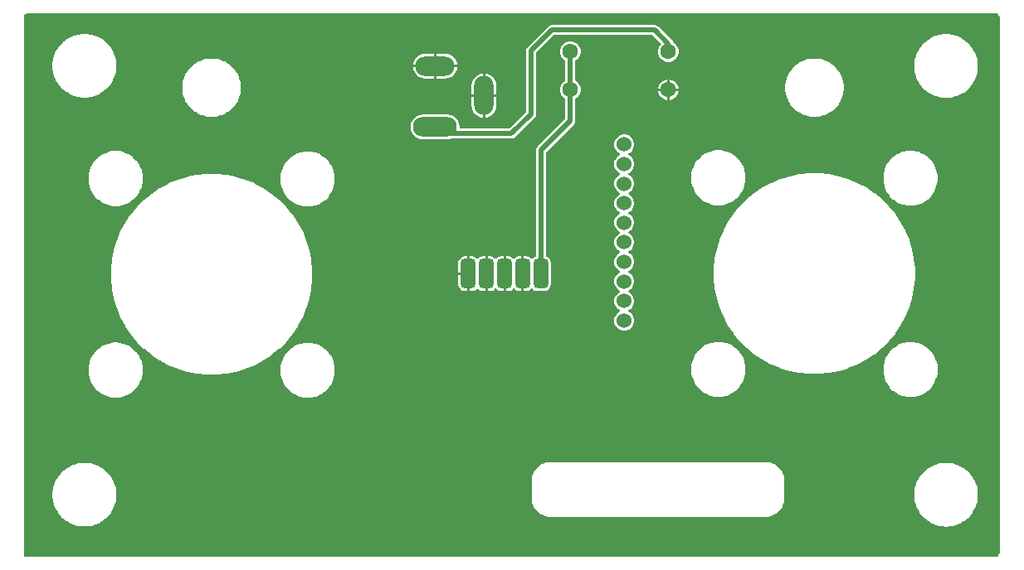
<source format=gtl>
G04*
G04 #@! TF.GenerationSoftware,Altium Limited,CircuitMaker,2.2.1 (2.2.1.6)*
G04*
G04 Layer_Physical_Order=1*
G04 Layer_Color=25308*
%FSLAX25Y25*%
%MOIN*%
G70*
G04*
G04 #@! TF.SameCoordinates,1CA14471-211C-46C3-BCAE-CC66E2904901*
G04*
G04*
G04 #@! TF.FilePolarity,Positive*
G04*
G01*
G75*
%ADD10C,0.01968*%
G04:AMPARAMS|DCode=19|XSize=60mil|YSize=118.11mil|CornerRadius=15mil|HoleSize=0mil|Usage=FLASHONLY|Rotation=0.000|XOffset=0mil|YOffset=0mil|HoleType=Round|Shape=RoundedRectangle|*
%AMROUNDEDRECTD19*
21,1,0.06000,0.08811,0,0,0.0*
21,1,0.03000,0.11811,0,0,0.0*
1,1,0.03000,0.01500,-0.04405*
1,1,0.03000,-0.01500,-0.04405*
1,1,0.03000,-0.01500,0.04405*
1,1,0.03000,0.01500,0.04405*
%
%ADD19ROUNDEDRECTD19*%
%ADD20O,0.07874X0.15748*%
%ADD21O,0.15748X0.07874*%
%ADD22O,0.17716X0.07874*%
%ADD23C,0.06000*%
%ADD24C,0.06299*%
G36*
X390651Y218423D02*
X391147Y218091D01*
X391291Y218062D01*
X391319Y217919D01*
X391651Y217423D01*
X391732Y217368D01*
Y1136D01*
X391651Y1081D01*
X391319Y585D01*
X391203Y0D01*
X0D01*
Y217974D01*
X585Y218091D01*
X1081Y218423D01*
X1136Y218504D01*
X390596D01*
X390651Y218423D01*
D02*
G37*
%LPC*%
G36*
X24926Y210224D02*
X24154Y210224D01*
X24154Y210224D01*
X23382Y210224D01*
X23316Y210211D01*
X23249Y210215D01*
X21717Y210014D01*
X21654Y209992D01*
X21587Y209988D01*
X20095Y209588D01*
X20034Y209558D01*
X19968Y209545D01*
X18541Y208954D01*
X18486Y208917D01*
X18422Y208895D01*
X17084Y208123D01*
X17034Y208079D01*
X16973Y208049D01*
X15748Y207108D01*
X15704Y207058D01*
X15648Y207021D01*
X14556Y205928D01*
X14518Y205873D01*
X14468Y205828D01*
X13528Y204603D01*
X13498Y204543D01*
X13453Y204492D01*
X12681Y203154D01*
X12660Y203091D01*
X12622Y203035D01*
X12031Y201608D01*
X12018Y201542D01*
X11988Y201482D01*
X11588Y199990D01*
X11584Y199923D01*
X11563Y199859D01*
X11361Y198328D01*
X11365Y198260D01*
X11352Y198195D01*
Y197422D01*
X11352Y196650D01*
X11365Y196584D01*
X11361Y196517D01*
X11563Y194986D01*
X11584Y194922D01*
X11588Y194855D01*
X11988Y193363D01*
X12018Y193303D01*
X12031Y193237D01*
X12622Y191810D01*
X12660Y191754D01*
X12681Y191690D01*
X13453Y190353D01*
X13498Y190302D01*
X13528Y190242D01*
X14468Y189016D01*
X14518Y188972D01*
X14556Y188916D01*
X15648Y187824D01*
X15704Y187787D01*
X15748Y187736D01*
X16973Y186796D01*
X17034Y186766D01*
X17084Y186722D01*
X18422Y185950D01*
X18485Y185928D01*
X18541Y185890D01*
X19968Y185299D01*
X20034Y185286D01*
X20095Y185257D01*
X21587Y184857D01*
X21654Y184852D01*
X21717Y184831D01*
X23249Y184629D01*
X23316Y184634D01*
X23382Y184620D01*
X24154Y184620D01*
X24926Y184620D01*
X24992Y184634D01*
X25059Y184629D01*
X26591Y184831D01*
X26654Y184852D01*
X26721Y184857D01*
X28213Y185257D01*
X28274Y185286D01*
X28339Y185299D01*
X29766Y185890D01*
X29822Y185928D01*
X29886Y185949D01*
X31224Y186722D01*
X31274Y186766D01*
X31335Y186796D01*
X32560Y187736D01*
X32604Y187786D01*
X32660Y187824D01*
X33752Y188916D01*
X33790Y188972D01*
X33840Y189016D01*
X34780Y190242D01*
X34810Y190302D01*
X34855Y190352D01*
X35627Y191690D01*
X35649Y191754D01*
X35686Y191810D01*
X36277Y193237D01*
X36290Y193303D01*
X36320Y193363D01*
X36720Y194855D01*
X36724Y194922D01*
X36746Y194986D01*
X36947Y196517D01*
X36943Y196584D01*
X36956Y196650D01*
X36956Y197422D01*
X36956Y197423D01*
X36956Y198195D01*
X36943Y198260D01*
X36947Y198328D01*
X36745Y199859D01*
X36724Y199923D01*
X36719Y199990D01*
X36320Y201482D01*
X36290Y201542D01*
X36277Y201608D01*
X35686Y203035D01*
X35648Y203091D01*
X35627Y203154D01*
X34855Y204492D01*
X34810Y204542D01*
X34780Y204603D01*
X33840Y205828D01*
X33790Y205873D01*
X33752Y205928D01*
X32660Y207021D01*
X32604Y207058D01*
X32560Y207108D01*
X31335Y208049D01*
X31274Y208079D01*
X31224Y208123D01*
X29886Y208895D01*
X29822Y208917D01*
X29766Y208954D01*
X28340Y209545D01*
X28274Y209558D01*
X28213Y209588D01*
X26721Y209988D01*
X26654Y209992D01*
X26591Y210014D01*
X25059Y210215D01*
X24992Y210211D01*
X24926Y210224D01*
D02*
G37*
G36*
X370993Y210077D02*
X370221Y210077D01*
X370221Y210077D01*
X369448Y210077D01*
X369383Y210064D01*
X369315Y210069D01*
X367784Y209867D01*
X367720Y209845D01*
X367653Y209841D01*
X366161Y209441D01*
X366101Y209412D01*
X366035Y209398D01*
X364608Y208807D01*
X364552Y208770D01*
X364489Y208748D01*
X363151Y207976D01*
X363100Y207932D01*
X363040Y207902D01*
X361815Y206962D01*
X361770Y206911D01*
X361715Y206874D01*
X360622Y205782D01*
X360585Y205726D01*
X360535Y205681D01*
X359594Y204456D01*
X359564Y204396D01*
X359520Y204345D01*
X358748Y203008D01*
X358726Y202944D01*
X358689Y202888D01*
X358098Y201461D01*
X358085Y201395D01*
X358055Y201335D01*
X357655Y199843D01*
X357651Y199776D01*
X357629Y199712D01*
X357428Y198181D01*
X357432Y198114D01*
X357419Y198048D01*
Y197276D01*
X357419Y196503D01*
X357432Y196437D01*
X357428Y196370D01*
X357629Y194839D01*
X357651Y194775D01*
X357655Y194708D01*
X358055Y193216D01*
X358085Y193156D01*
X358098Y193090D01*
X358689Y191663D01*
X358726Y191607D01*
X358748Y191543D01*
X359520Y190206D01*
X359564Y190155D01*
X359594Y190095D01*
X360534Y188870D01*
X360585Y188825D01*
X360622Y188769D01*
X361714Y187677D01*
X361770Y187640D01*
X361815Y187589D01*
X363040Y186649D01*
X363100Y186619D01*
X363151Y186575D01*
X364489Y185803D01*
X364552Y185781D01*
X364608Y185744D01*
X366035Y185153D01*
X366101Y185140D01*
X366161Y185110D01*
X367653Y184710D01*
X367720Y184706D01*
X367784Y184684D01*
X369315Y184483D01*
X369383Y184487D01*
X369448Y184474D01*
X370221Y184474D01*
X370993Y184474D01*
X371059Y184487D01*
X371126Y184483D01*
X372657Y184684D01*
X372721Y184706D01*
X372788Y184710D01*
X374280Y185110D01*
X374340Y185140D01*
X374406Y185153D01*
X375833Y185744D01*
X375889Y185781D01*
X375953Y185803D01*
X377290Y186575D01*
X377341Y186619D01*
X377401Y186649D01*
X378627Y187589D01*
X378671Y187640D01*
X378727Y187677D01*
X379819Y188769D01*
X379856Y188825D01*
X379907Y188870D01*
X380847Y190095D01*
X380877Y190155D01*
X380921Y190206D01*
X381694Y191543D01*
X381715Y191607D01*
X381752Y191663D01*
X382344Y193090D01*
X382357Y193156D01*
X382386Y193216D01*
X382786Y194708D01*
X382790Y194775D01*
X382812Y194839D01*
X383014Y196370D01*
X383009Y196437D01*
X383022Y196503D01*
X383022Y197276D01*
X383022Y197276D01*
X383022Y198048D01*
X383009Y198114D01*
X383014Y198181D01*
X382812Y199712D01*
X382790Y199776D01*
X382786Y199843D01*
X382386Y201335D01*
X382357Y201395D01*
X382344Y201461D01*
X381752Y202888D01*
X381715Y202944D01*
X381694Y203008D01*
X380921Y204345D01*
X380877Y204396D01*
X380847Y204456D01*
X379907Y205681D01*
X379856Y205726D01*
X379819Y205782D01*
X378727Y206874D01*
X378671Y206911D01*
X378627Y206962D01*
X377401Y207902D01*
X377341Y207932D01*
X377290Y207976D01*
X375953Y208748D01*
X375889Y208770D01*
X375833Y208807D01*
X374406Y209398D01*
X374340Y209412D01*
X374280Y209441D01*
X372788Y209841D01*
X372721Y209845D01*
X372657Y209867D01*
X371126Y210069D01*
X371059Y210064D01*
X370993Y210077D01*
D02*
G37*
G36*
X318069Y200325D02*
X317366Y200325D01*
X316664Y200325D01*
X316598Y200312D01*
X316530Y200317D01*
X315137Y200133D01*
X315073Y200112D01*
X315006Y200107D01*
X313648Y199743D01*
X313588Y199714D01*
X313522Y199700D01*
X312223Y199163D01*
X312167Y199125D01*
X312104Y199104D01*
X310886Y198401D01*
X310836Y198356D01*
X310775Y198327D01*
X309660Y197471D01*
X309616Y197420D01*
X309560Y197383D01*
X308566Y196389D01*
X308529Y196333D01*
X308478Y196289D01*
X307623Y195174D01*
X307593Y195113D01*
X307548Y195063D01*
X306846Y193845D01*
X306824Y193782D01*
X306787Y193726D01*
X306249Y192427D01*
X306236Y192361D01*
X306206Y192301D01*
X305842Y190943D01*
X305838Y190876D01*
X305816Y190812D01*
X305633Y189419D01*
X305637Y189351D01*
X305624Y189286D01*
X305624Y188583D01*
X305624Y187880D01*
X305637Y187814D01*
X305633Y187747D01*
X305816Y186353D01*
X305838Y186290D01*
X305842Y186222D01*
X306206Y184865D01*
X306236Y184804D01*
X306249Y184738D01*
X306787Y183440D01*
X306824Y183384D01*
X306846Y183320D01*
X307548Y182103D01*
X307593Y182052D01*
X307623Y181992D01*
X308478Y180877D01*
X308529Y180832D01*
X308566Y180776D01*
X309560Y179782D01*
X309616Y179745D01*
X309660Y179694D01*
X310775Y178839D01*
X310836Y178809D01*
X310886Y178764D01*
X312104Y178062D01*
X312167Y178040D01*
X312223Y178003D01*
X313522Y177465D01*
X313588Y177452D01*
X313648Y177422D01*
X315006Y177058D01*
X315073Y177053D01*
X315137Y177032D01*
X316530Y176848D01*
X316598Y176853D01*
X316664Y176840D01*
X317366Y176840D01*
X318069Y176840D01*
X318135Y176853D01*
X318202Y176848D01*
X319596Y177032D01*
X319660Y177053D01*
X319727Y177058D01*
X321085Y177422D01*
X321145Y177451D01*
X321211Y177464D01*
X322510Y178002D01*
X322566Y178040D01*
X322629Y178061D01*
X323847Y178764D01*
X323897Y178809D01*
X323957Y178838D01*
X325073Y179694D01*
X325117Y179745D01*
X325173Y179782D01*
X326167Y180776D01*
X326204Y180832D01*
X326255Y180876D01*
X327111Y181992D01*
X327140Y182052D01*
X327185Y182102D01*
X327888Y183320D01*
X327909Y183384D01*
X327947Y183439D01*
X328485Y184738D01*
X328498Y184804D01*
X328527Y184864D01*
X328891Y186222D01*
X328896Y186289D01*
X328917Y186353D01*
X329101Y187747D01*
X329096Y187814D01*
X329109Y187880D01*
X329109Y188583D01*
X329109Y188583D01*
X329109Y189286D01*
X329096Y189351D01*
X329101Y189419D01*
X328917Y190812D01*
X328895Y190876D01*
X328891Y190943D01*
X328527Y192301D01*
X328498Y192361D01*
X328485Y192427D01*
X327946Y193726D01*
X327909Y193782D01*
X327888Y193845D01*
X327185Y195063D01*
X327140Y195113D01*
X327111Y195174D01*
X326255Y196289D01*
X326204Y196333D01*
X326167Y196389D01*
X325173Y197383D01*
X325117Y197421D01*
X325073Y197471D01*
X323957Y198327D01*
X323897Y198356D01*
X323847Y198401D01*
X322629Y199104D01*
X322566Y199125D01*
X322510Y199163D01*
X321211Y199701D01*
X321145Y199714D01*
X321084Y199743D01*
X319727Y200107D01*
X319660Y200112D01*
X319596Y200133D01*
X318202Y200317D01*
X318135Y200312D01*
X318069Y200325D01*
D02*
G37*
G36*
X75899D02*
X75196Y200325D01*
X74494Y200325D01*
X74428Y200312D01*
X74361Y200317D01*
X72967Y200133D01*
X72903Y200112D01*
X72836Y200107D01*
X71478Y199743D01*
X71418Y199714D01*
X71352Y199700D01*
X70053Y199163D01*
X69998Y199125D01*
X69934Y199104D01*
X68717Y198401D01*
X68666Y198356D01*
X68606Y198327D01*
X67491Y197471D01*
X67446Y197420D01*
X67390Y197383D01*
X66396Y196389D01*
X66359Y196333D01*
X66308Y196289D01*
X65453Y195174D01*
X65423Y195113D01*
X65379Y195063D01*
X64676Y193845D01*
X64654Y193782D01*
X64617Y193726D01*
X64079Y192427D01*
X64066Y192361D01*
X64036Y192301D01*
X63672Y190943D01*
X63668Y190876D01*
X63646Y190812D01*
X63463Y189419D01*
X63467Y189351D01*
X63454Y189286D01*
X63454Y188583D01*
X63454Y187880D01*
X63467Y187814D01*
X63463Y187747D01*
X63646Y186353D01*
X63668Y186290D01*
X63672Y186222D01*
X64036Y184865D01*
X64066Y184804D01*
X64079Y184738D01*
X64617Y183440D01*
X64654Y183384D01*
X64676Y183320D01*
X65378Y182103D01*
X65423Y182052D01*
X65453Y181992D01*
X66308Y180877D01*
X66359Y180832D01*
X66396Y180776D01*
X67390Y179782D01*
X67446Y179745D01*
X67490Y179694D01*
X68606Y178839D01*
X68666Y178809D01*
X68717Y178764D01*
X69934Y178062D01*
X69998Y178040D01*
X70053Y178003D01*
X71352Y177465D01*
X71418Y177452D01*
X71478Y177422D01*
X72836Y177058D01*
X72903Y177053D01*
X72967Y177032D01*
X74361Y176848D01*
X74428Y176853D01*
X74494Y176840D01*
X75196Y176840D01*
X75899Y176840D01*
X75965Y176853D01*
X76032Y176848D01*
X77426Y177032D01*
X77490Y177053D01*
X77557Y177058D01*
X78915Y177422D01*
X78975Y177451D01*
X79041Y177464D01*
X80340Y178002D01*
X80396Y178040D01*
X80459Y178061D01*
X81677Y178764D01*
X81727Y178809D01*
X81788Y178838D01*
X82903Y179694D01*
X82947Y179745D01*
X83003Y179782D01*
X83997Y180776D01*
X84035Y180832D01*
X84085Y180876D01*
X84941Y181992D01*
X84971Y182052D01*
X85015Y182102D01*
X85718Y183320D01*
X85739Y183384D01*
X85777Y183439D01*
X86315Y184738D01*
X86328Y184804D01*
X86358Y184864D01*
X86721Y186222D01*
X86726Y186289D01*
X86747Y186353D01*
X86931Y187747D01*
X86926Y187814D01*
X86940Y187880D01*
X86940Y188583D01*
X86940Y188583D01*
X86940Y189286D01*
X86926Y189351D01*
X86931Y189419D01*
X86747Y190812D01*
X86726Y190876D01*
X86721Y190943D01*
X86357Y192301D01*
X86328Y192361D01*
X86315Y192427D01*
X85777Y193726D01*
X85739Y193782D01*
X85718Y193845D01*
X85015Y195063D01*
X84970Y195113D01*
X84941Y195174D01*
X84085Y196289D01*
X84034Y196333D01*
X83997Y196389D01*
X83003Y197383D01*
X82947Y197421D01*
X82903Y197471D01*
X81788Y198327D01*
X81727Y198356D01*
X81677Y198401D01*
X80459Y199104D01*
X80396Y199125D01*
X80340Y199163D01*
X79041Y199701D01*
X78975Y199714D01*
X78915Y199743D01*
X77557Y200107D01*
X77490Y200112D01*
X77426Y200133D01*
X76032Y200317D01*
X75965Y200312D01*
X75899Y200325D01*
D02*
G37*
G36*
X253150Y213834D02*
X211811D01*
X211037Y213680D01*
X210381Y213242D01*
X202113Y204974D01*
X201674Y204317D01*
X201520Y203543D01*
Y178791D01*
X194831Y172102D01*
X175144D01*
X174814Y172478D01*
X174862Y172835D01*
X174692Y174124D01*
X174194Y175324D01*
X173403Y176356D01*
X172372Y177147D01*
X171171Y177645D01*
X169882Y177814D01*
X160039D01*
X158750Y177645D01*
X157550Y177147D01*
X156518Y176356D01*
X155727Y175324D01*
X155229Y174124D01*
X155060Y172835D01*
X155229Y171546D01*
X155727Y170345D01*
X156518Y169314D01*
X157550Y168522D01*
X158750Y168025D01*
X160039Y167855D01*
X169882D01*
X171171Y168025D01*
X171245Y168056D01*
X195669D01*
X196443Y168210D01*
X197100Y168648D01*
X204974Y176522D01*
X205412Y177179D01*
X205566Y177953D01*
Y202705D01*
X212649Y209788D01*
X252312D01*
X255871Y206228D01*
X255341Y205697D01*
X254795Y204751D01*
X254512Y203696D01*
Y202603D01*
X254795Y201548D01*
X255341Y200602D01*
X256114Y199829D01*
X257060Y199283D01*
X258115Y199000D01*
X259208D01*
X260263Y199283D01*
X261209Y199829D01*
X261982Y200602D01*
X262528Y201548D01*
X262811Y202603D01*
Y203696D01*
X262528Y204751D01*
X261982Y205697D01*
X261209Y206470D01*
X260578Y206835D01*
X260530Y207073D01*
X260092Y207730D01*
X254580Y213242D01*
X253924Y213680D01*
X253150Y213834D01*
D02*
G37*
G36*
X168898Y202224D02*
X165461D01*
Y197744D01*
X173811D01*
X173708Y198533D01*
X173210Y199734D01*
X172419Y200765D01*
X171387Y201557D01*
X170186Y202054D01*
X168898Y202224D01*
D02*
G37*
G36*
X164461D02*
X161024D01*
X159735Y202054D01*
X158534Y201557D01*
X157502Y200765D01*
X156711Y199734D01*
X156214Y198533D01*
X156110Y197744D01*
X164461D01*
Y202224D01*
D02*
G37*
G36*
X173811Y196744D02*
X165461D01*
Y192264D01*
X168898D01*
X170186Y192434D01*
X171387Y192932D01*
X172419Y193723D01*
X173210Y194754D01*
X173708Y195955D01*
X173811Y196744D01*
D02*
G37*
G36*
X164461D02*
X156110D01*
X156214Y195955D01*
X156711Y194754D01*
X157502Y193723D01*
X158534Y192932D01*
X159735Y192434D01*
X161024Y192264D01*
X164461D01*
Y196744D01*
D02*
G37*
G36*
X259208Y191945D02*
X259161D01*
Y188295D01*
X262811D01*
Y188342D01*
X262528Y189397D01*
X261982Y190343D01*
X261209Y191116D01*
X260263Y191662D01*
X259208Y191945D01*
D02*
G37*
G36*
X258161D02*
X258115D01*
X257060Y191662D01*
X256114Y191116D01*
X255341Y190343D01*
X254795Y189397D01*
X254512Y188342D01*
Y188295D01*
X258161D01*
Y191945D01*
D02*
G37*
G36*
X185146Y194284D02*
Y185933D01*
X189625D01*
Y189370D01*
X189456Y190659D01*
X188958Y191860D01*
X188167Y192891D01*
X187136Y193683D01*
X185934Y194180D01*
X185146Y194284D01*
D02*
G37*
G36*
X184146D02*
X183357Y194180D01*
X182156Y193683D01*
X181124Y192891D01*
X180333Y191860D01*
X179836Y190659D01*
X179666Y189370D01*
Y185933D01*
X184146D01*
Y194284D01*
D02*
G37*
G36*
X262811Y187295D02*
X259161D01*
Y183646D01*
X259208D01*
X260263Y183929D01*
X261209Y184475D01*
X261982Y185247D01*
X262528Y186194D01*
X262811Y187249D01*
Y187295D01*
D02*
G37*
G36*
X258161D02*
X254512D01*
Y187249D01*
X254795Y186194D01*
X255341Y185247D01*
X256114Y184475D01*
X257060Y183929D01*
X258115Y183646D01*
X258161D01*
Y187295D01*
D02*
G37*
G36*
X189625Y184933D02*
X185146D01*
Y176582D01*
X185934Y176686D01*
X187136Y177184D01*
X188167Y177975D01*
X188958Y179006D01*
X189456Y180207D01*
X189625Y181496D01*
Y184933D01*
D02*
G37*
G36*
X184146D02*
X179666D01*
Y181496D01*
X179836Y180207D01*
X180333Y179006D01*
X181124Y177975D01*
X182156Y177184D01*
X183357Y176686D01*
X184146Y176582D01*
Y184933D01*
D02*
G37*
G36*
X315389Y154169D02*
X315339Y154159D01*
X315289Y154164D01*
X311439Y153785D01*
X311391Y153770D01*
X311340D01*
X307546Y153016D01*
X307500Y152996D01*
X307449Y152991D01*
X303747Y151868D01*
X303703Y151845D01*
X303653Y151835D01*
X300079Y150355D01*
X300037Y150326D01*
X299989Y150312D01*
X296578Y148488D01*
X296538Y148456D01*
X296492Y148437D01*
X293275Y146288D01*
X293240Y146252D01*
X293195Y146228D01*
X290205Y143774D01*
X290173Y143735D01*
X290131Y143707D01*
X287395Y140972D01*
X287367Y140930D01*
X287328Y140898D01*
X284874Y137907D01*
X284850Y137863D01*
X284815Y137827D01*
X282665Y134611D01*
X282646Y134564D01*
X282614Y134525D01*
X280791Y131113D01*
X280776Y131065D01*
X280748Y131023D01*
X279268Y127449D01*
X279258Y127399D01*
X279234Y127355D01*
X278111Y123653D01*
X278106Y123603D01*
X278087Y123556D01*
X277332Y119762D01*
Y119712D01*
X277317Y119663D01*
X276938Y115814D01*
X276943Y115763D01*
X276933Y115714D01*
Y113779D01*
X276933Y111845D01*
X276943Y111796D01*
X276938Y111745D01*
X277317Y107896D01*
X277332Y107847D01*
Y107797D01*
X278086Y104003D01*
X278106Y103956D01*
X278111Y103906D01*
X279234Y100204D01*
X279257Y100160D01*
X279267Y100110D01*
X280748Y96536D01*
X280776Y96494D01*
X280790Y96446D01*
X282614Y93034D01*
X282646Y92995D01*
X282665Y92948D01*
X284814Y89732D01*
X284850Y89696D01*
X284874Y89652D01*
X287328Y86661D01*
X287367Y86629D01*
X287395Y86587D01*
X290130Y83852D01*
X290173Y83824D01*
X290205Y83785D01*
X293195Y81331D01*
X293239Y81307D01*
X293275Y81271D01*
X296492Y79122D01*
X296538Y79103D01*
X296577Y79071D01*
X299989Y77247D01*
X300037Y77232D01*
X300079Y77204D01*
X303653Y75724D01*
X303703Y75714D01*
X303747Y75690D01*
X307449Y74567D01*
X307499Y74563D01*
X307546Y74543D01*
X311340Y73788D01*
X311391D01*
X311439Y73774D01*
X315289Y73395D01*
X315339Y73400D01*
X315389Y73390D01*
X317323Y73390D01*
X319257Y73390D01*
X319306Y73400D01*
X319357Y73395D01*
X323206Y73774D01*
X323255Y73788D01*
X323306D01*
X327099Y74543D01*
X327146Y74563D01*
X327197Y74567D01*
X330898Y75690D01*
X330943Y75714D01*
X330992Y75724D01*
X334566Y77204D01*
X334608Y77232D01*
X334657Y77247D01*
X338068Y79071D01*
X338107Y79103D01*
X338154Y79122D01*
X341370Y81271D01*
X341406Y81307D01*
X341451Y81331D01*
X344441Y83785D01*
X344473Y83824D01*
X344515Y83852D01*
X347250Y86587D01*
X347278Y86629D01*
X347318Y86661D01*
X349772Y89652D01*
X349795Y89696D01*
X349831Y89732D01*
X351980Y92948D01*
X352000Y92995D01*
X352032Y93034D01*
X353855Y96446D01*
X353870Y96494D01*
X353898Y96536D01*
X355378Y100110D01*
X355388Y100160D01*
X355412Y100204D01*
X356535Y103906D01*
X356540Y103956D01*
X356559Y104003D01*
X357314Y107797D01*
Y107847D01*
X357329Y107896D01*
X357708Y111745D01*
X357703Y111796D01*
X357713Y111845D01*
X357712Y113779D01*
X357712Y113780D01*
X357712Y115714D01*
X357702Y115763D01*
X357708Y115814D01*
X357328Y119663D01*
X357314Y119711D01*
Y119762D01*
X356559Y123556D01*
X356540Y123603D01*
X356535Y123653D01*
X355412Y127355D01*
X355388Y127399D01*
X355378Y127449D01*
X353898Y131023D01*
X353870Y131065D01*
X353855Y131113D01*
X352031Y134524D01*
X351999Y134564D01*
X351980Y134610D01*
X349831Y137827D01*
X349795Y137862D01*
X349771Y137907D01*
X347317Y140897D01*
X347278Y140929D01*
X347250Y140971D01*
X344515Y143706D01*
X344473Y143734D01*
X344441Y143773D01*
X341450Y146227D01*
X341406Y146251D01*
X341370Y146287D01*
X338154Y148436D01*
X338107Y148455D01*
X338068Y148487D01*
X334656Y150311D01*
X334608Y150326D01*
X334566Y150354D01*
X330992Y151834D01*
X330943Y151844D01*
X330898Y151868D01*
X327196Y152990D01*
X327146Y152995D01*
X327099Y153015D01*
X323305Y153769D01*
X323255D01*
X323206Y153784D01*
X319357Y154163D01*
X319306Y154158D01*
X319257Y154168D01*
X317329Y154168D01*
X317323Y154169D01*
X315389Y154169D01*
D02*
G37*
G36*
X73263Y153874D02*
X73213Y153864D01*
X73163Y153869D01*
X69313Y153490D01*
X69265Y153475D01*
X69214D01*
X65420Y152720D01*
X65373Y152701D01*
X65323Y152696D01*
X61621Y151573D01*
X61577Y151549D01*
X61527Y151540D01*
X57953Y150059D01*
X57911Y150031D01*
X57863Y150016D01*
X54452Y148193D01*
X54412Y148161D01*
X54366Y148142D01*
X51149Y145992D01*
X51114Y145957D01*
X51069Y145933D01*
X48079Y143479D01*
X48047Y143440D01*
X48005Y143412D01*
X45269Y140676D01*
X45241Y140634D01*
X45202Y140602D01*
X42748Y137612D01*
X42724Y137567D01*
X42689Y137532D01*
X40540Y134315D01*
X40520Y134269D01*
X40488Y134230D01*
X38665Y130818D01*
X38650Y130770D01*
X38622Y130728D01*
X37141Y127154D01*
X37132Y127104D01*
X37108Y127059D01*
X35985Y123358D01*
X35980Y123308D01*
X35961Y123261D01*
X35206Y119467D01*
Y119416D01*
X35191Y119368D01*
X34812Y115518D01*
X34817Y115468D01*
X34807Y115418D01*
Y113484D01*
X34807Y111550D01*
X34817Y111501D01*
X34812Y111450D01*
X35191Y107600D01*
X35206Y107552D01*
Y107501D01*
X35960Y103708D01*
X35980Y103661D01*
X35985Y103611D01*
X37108Y99909D01*
X37132Y99864D01*
X37141Y99815D01*
X38622Y96241D01*
X38650Y96199D01*
X38664Y96150D01*
X40488Y92739D01*
X40520Y92700D01*
X40539Y92653D01*
X42688Y89437D01*
X42724Y89401D01*
X42748Y89356D01*
X45202Y86366D01*
X45241Y86334D01*
X45269Y86292D01*
X48004Y83557D01*
X48046Y83529D01*
X48079Y83489D01*
X51069Y81035D01*
X51113Y81012D01*
X51149Y80976D01*
X54366Y78827D01*
X54412Y78807D01*
X54451Y78775D01*
X57863Y76952D01*
X57911Y76937D01*
X57953Y76909D01*
X61527Y75429D01*
X61577Y75419D01*
X61621Y75395D01*
X65323Y74272D01*
X65373Y74267D01*
X65420Y74248D01*
X69214Y73493D01*
X69265D01*
X69313Y73479D01*
X73163Y73099D01*
X73213Y73104D01*
X73263Y73095D01*
X75197Y73095D01*
X77131Y73095D01*
X77180Y73104D01*
X77231Y73099D01*
X81081Y73479D01*
X81129Y73493D01*
X81179D01*
X84973Y74248D01*
X85020Y74267D01*
X85071Y74272D01*
X88772Y75395D01*
X88817Y75419D01*
X88866Y75429D01*
X92440Y76909D01*
X92482Y76937D01*
X92531Y76952D01*
X95942Y78775D01*
X95981Y78807D01*
X96028Y78827D01*
X99244Y80976D01*
X99280Y81012D01*
X99325Y81035D01*
X102315Y83489D01*
X102347Y83529D01*
X102389Y83557D01*
X105124Y86292D01*
X105152Y86334D01*
X105192Y86366D01*
X107646Y89356D01*
X107669Y89401D01*
X107705Y89437D01*
X109854Y92653D01*
X109874Y92700D01*
X109906Y92739D01*
X111729Y96150D01*
X111744Y96199D01*
X111772Y96241D01*
X113252Y99815D01*
X113262Y99864D01*
X113286Y99909D01*
X114409Y103611D01*
X114414Y103661D01*
X114433Y103708D01*
X115188Y107501D01*
Y107552D01*
X115202Y107600D01*
X115582Y111450D01*
X115577Y111501D01*
X115586Y111550D01*
X115586Y113484D01*
X115586Y113484D01*
X115586Y115418D01*
X115577Y115468D01*
X115582Y115518D01*
X115202Y119368D01*
X115188Y119416D01*
Y119467D01*
X114433Y123261D01*
X114414Y123307D01*
X114409Y123358D01*
X113286Y127059D01*
X113262Y127104D01*
X113252Y127154D01*
X111772Y130727D01*
X111744Y130769D01*
X111729Y130818D01*
X109905Y134229D01*
X109873Y134268D01*
X109854Y134315D01*
X107705Y137531D01*
X107669Y137567D01*
X107645Y137612D01*
X105191Y140602D01*
X105152Y140634D01*
X105124Y140676D01*
X102389Y143411D01*
X102347Y143439D01*
X102315Y143478D01*
X99324Y145932D01*
X99280Y145956D01*
X99244Y145992D01*
X96028Y148141D01*
X95981Y148160D01*
X95942Y148192D01*
X92530Y150016D01*
X92482Y150030D01*
X92440Y150058D01*
X88866Y151539D01*
X88817Y151549D01*
X88772Y151572D01*
X85070Y152695D01*
X85020Y152700D01*
X84973Y152719D01*
X81179Y153474D01*
X81129D01*
X81080Y153489D01*
X77231Y153868D01*
X77180Y153863D01*
X77131Y153873D01*
X75203Y153873D01*
X75197Y153874D01*
X73263Y153874D01*
D02*
G37*
G36*
X279758Y163413D02*
X277819D01*
X277721Y163394D01*
X277620D01*
X275719Y163016D01*
X275626Y162977D01*
X275527Y162958D01*
X273736Y162216D01*
X273653Y162160D01*
X273560Y162121D01*
X271948Y161044D01*
X271877Y160973D01*
X271793Y160917D01*
X270422Y159546D01*
X270367Y159463D01*
X270296Y159392D01*
X269218Y157780D01*
X269180Y157687D01*
X269124Y157604D01*
X268382Y155813D01*
X268363Y155714D01*
X268324Y155621D01*
X267946Y153720D01*
Y153619D01*
X267926Y153521D01*
Y151188D01*
X267946Y151090D01*
Y150989D01*
X268324Y149088D01*
X268363Y148995D01*
X268382Y148897D01*
X269124Y147105D01*
X269180Y147022D01*
X269218Y146929D01*
X270296Y145317D01*
X270367Y145246D01*
X270422Y145162D01*
X271793Y143791D01*
X271877Y143736D01*
X271948Y143665D01*
X273560Y142587D01*
X273653Y142549D01*
X273736Y142493D01*
X275527Y141751D01*
X275626Y141732D01*
X275719Y141693D01*
X277620Y141315D01*
X277721D01*
X277819Y141296D01*
X279758D01*
X279856Y141315D01*
X279957D01*
X281858Y141693D01*
X281951Y141732D01*
X282050Y141751D01*
X283841Y142493D01*
X283924Y142549D01*
X284017Y142587D01*
X285629Y143665D01*
X285700Y143736D01*
X285784Y143791D01*
X287155Y145162D01*
X287210Y145246D01*
X287281Y145317D01*
X288359Y146929D01*
X288397Y147022D01*
X288453Y147105D01*
X289195Y148897D01*
X289214Y148995D01*
X289253Y149088D01*
X289631Y150989D01*
Y151090D01*
X289651Y151188D01*
Y153521D01*
X289631Y153619D01*
Y153720D01*
X289253Y155621D01*
X289214Y155714D01*
X289195Y155813D01*
X288453Y157604D01*
X288397Y157687D01*
X288359Y157780D01*
X287281Y159392D01*
X287210Y159463D01*
X287155Y159546D01*
X285784Y160917D01*
X285700Y160973D01*
X285629Y161044D01*
X284017Y162121D01*
X283924Y162160D01*
X283841Y162216D01*
X282050Y162958D01*
X281951Y162977D01*
X281858Y163016D01*
X279957Y163394D01*
X279856D01*
X279758Y163413D01*
D02*
G37*
G36*
X356875Y163224D02*
X354936D01*
X354838Y163205D01*
X354737D01*
X352836Y162827D01*
X352743Y162788D01*
X352644Y162768D01*
X350853Y162027D01*
X350770Y161971D01*
X350677Y161932D01*
X349065Y160855D01*
X348994Y160784D01*
X348910Y160728D01*
X347539Y159357D01*
X347484Y159274D01*
X347413Y159203D01*
X346335Y157591D01*
X346297Y157498D01*
X346241Y157415D01*
X345499Y155623D01*
X345480Y155525D01*
X345441Y155432D01*
X345063Y153531D01*
Y153430D01*
X345043Y153332D01*
Y150999D01*
X345063Y150901D01*
Y150800D01*
X345441Y148899D01*
X345480Y148806D01*
X345499Y148707D01*
X346241Y146916D01*
X346297Y146833D01*
X346335Y146740D01*
X347413Y145128D01*
X347484Y145057D01*
X347539Y144973D01*
X348910Y143602D01*
X348994Y143547D01*
X349065Y143475D01*
X350677Y142398D01*
X350770Y142360D01*
X350853Y142304D01*
X352644Y141562D01*
X352743Y141543D01*
X352836Y141504D01*
X354737Y141126D01*
X354838D01*
X354936Y141106D01*
X356875D01*
X356973Y141126D01*
X357074D01*
X358975Y141504D01*
X359068Y141543D01*
X359167Y141562D01*
X360958Y142304D01*
X361041Y142360D01*
X361134Y142398D01*
X362746Y143475D01*
X362817Y143547D01*
X362901Y143602D01*
X364272Y144973D01*
X364327Y145057D01*
X364399Y145128D01*
X365476Y146740D01*
X365514Y146833D01*
X365570Y146916D01*
X366312Y148707D01*
X366331Y148806D01*
X366370Y148899D01*
X366748Y150800D01*
Y150901D01*
X366768Y150999D01*
Y153332D01*
X366748Y153430D01*
Y153531D01*
X366370Y155432D01*
X366331Y155525D01*
X366312Y155623D01*
X365570Y157415D01*
X365514Y157498D01*
X365476Y157591D01*
X364399Y159203D01*
X364327Y159274D01*
X364272Y159357D01*
X362901Y160728D01*
X362817Y160784D01*
X362746Y160855D01*
X361134Y161932D01*
X361041Y161971D01*
X360958Y162027D01*
X359167Y162768D01*
X359068Y162788D01*
X358975Y162827D01*
X357074Y163205D01*
X356973D01*
X356875Y163224D01*
D02*
G37*
G36*
X37632Y163118D02*
X35693D01*
X35595Y163099D01*
X35494D01*
X33593Y162720D01*
X33500Y162682D01*
X33401Y162662D01*
X31610Y161920D01*
X31527Y161865D01*
X31434Y161826D01*
X29822Y160749D01*
X29751Y160678D01*
X29667Y160622D01*
X28296Y159251D01*
X28241Y159168D01*
X28170Y159097D01*
X27092Y157485D01*
X27054Y157392D01*
X26998Y157308D01*
X26256Y155517D01*
X26237Y155419D01*
X26198Y155326D01*
X25820Y153424D01*
Y153324D01*
X25800Y153226D01*
Y150893D01*
X25820Y150794D01*
Y150694D01*
X26198Y148793D01*
X26237Y148700D01*
X26256Y148601D01*
X26998Y146810D01*
X27054Y146727D01*
X27092Y146634D01*
X28170Y145022D01*
X28241Y144951D01*
X28296Y144867D01*
X29667Y143496D01*
X29751Y143440D01*
X29822Y143369D01*
X31434Y142292D01*
X31527Y142254D01*
X31610Y142198D01*
X33401Y141456D01*
X33500Y141437D01*
X33593Y141398D01*
X35494Y141020D01*
X35595D01*
X35693Y141000D01*
X37632D01*
X37730Y141020D01*
X37831D01*
X39732Y141398D01*
X39825Y141437D01*
X39924Y141456D01*
X41715Y142198D01*
X41798Y142254D01*
X41891Y142292D01*
X43503Y143369D01*
X43574Y143440D01*
X43658Y143496D01*
X45029Y144867D01*
X45084Y144951D01*
X45155Y145022D01*
X46233Y146634D01*
X46271Y146727D01*
X46327Y146810D01*
X47069Y148601D01*
X47088Y148700D01*
X47127Y148793D01*
X47505Y150694D01*
Y150794D01*
X47525Y150893D01*
Y153226D01*
X47505Y153324D01*
Y153424D01*
X47127Y155326D01*
X47088Y155419D01*
X47069Y155517D01*
X46327Y157308D01*
X46271Y157392D01*
X46233Y157485D01*
X45155Y159097D01*
X45084Y159168D01*
X45029Y159251D01*
X43658Y160622D01*
X43574Y160678D01*
X43503Y160749D01*
X41891Y161826D01*
X41798Y161865D01*
X41715Y161920D01*
X39924Y162662D01*
X39825Y162682D01*
X39732Y162720D01*
X37831Y163099D01*
X37730D01*
X37632Y163118D01*
D02*
G37*
G36*
X114749Y162929D02*
X112810D01*
X112712Y162909D01*
X112611D01*
X110710Y162531D01*
X110617Y162493D01*
X110518Y162473D01*
X108727Y161731D01*
X108644Y161675D01*
X108551Y161637D01*
X106939Y160560D01*
X106868Y160489D01*
X106784Y160433D01*
X105413Y159062D01*
X105358Y158979D01*
X105287Y158908D01*
X104209Y157296D01*
X104171Y157203D01*
X104115Y157119D01*
X103373Y155328D01*
X103354Y155229D01*
X103315Y155137D01*
X102937Y153235D01*
Y153135D01*
X102917Y153036D01*
Y150704D01*
X102937Y150605D01*
Y150505D01*
X103315Y148603D01*
X103354Y148511D01*
X103373Y148412D01*
X104115Y146621D01*
X104171Y146537D01*
X104209Y146445D01*
X105287Y144833D01*
X105358Y144762D01*
X105413Y144678D01*
X106784Y143307D01*
X106868Y143251D01*
X106939Y143180D01*
X108551Y142103D01*
X108644Y142065D01*
X108727Y142009D01*
X110518Y141267D01*
X110617Y141247D01*
X110710Y141209D01*
X112611Y140831D01*
X112712D01*
X112810Y140811D01*
X114749D01*
X114847Y140831D01*
X114948D01*
X116849Y141209D01*
X116942Y141247D01*
X117041Y141267D01*
X118832Y142009D01*
X118915Y142065D01*
X119008Y142103D01*
X120620Y143180D01*
X120691Y143251D01*
X120775Y143307D01*
X122146Y144678D01*
X122201Y144762D01*
X122273Y144833D01*
X123350Y146445D01*
X123388Y146537D01*
X123444Y146621D01*
X124186Y148412D01*
X124205Y148511D01*
X124244Y148603D01*
X124622Y150505D01*
Y150605D01*
X124642Y150704D01*
Y153036D01*
X124622Y153135D01*
Y153235D01*
X124244Y155137D01*
X124205Y155230D01*
X124186Y155328D01*
X123444Y157119D01*
X123388Y157203D01*
X123350Y157296D01*
X122273Y158908D01*
X122201Y158979D01*
X122146Y159062D01*
X120775Y160433D01*
X120691Y160489D01*
X120620Y160560D01*
X119008Y161637D01*
X118915Y161675D01*
X118832Y161731D01*
X117041Y162473D01*
X116942Y162493D01*
X116849Y162531D01*
X114948Y162909D01*
X114847D01*
X114749Y162929D01*
D02*
G37*
G36*
X219838Y207299D02*
X218745D01*
X217690Y207016D01*
X216743Y206470D01*
X215971Y205697D01*
X215424Y204751D01*
X215142Y203696D01*
Y202603D01*
X215424Y201548D01*
X215971Y200602D01*
X216743Y199829D01*
X217268Y199526D01*
Y191419D01*
X216743Y191116D01*
X215971Y190343D01*
X215424Y189397D01*
X215142Y188342D01*
Y187249D01*
X215424Y186194D01*
X215971Y185247D01*
X216743Y184475D01*
X217268Y184172D01*
Y176035D01*
X206050Y164816D01*
X205611Y164160D01*
X205457Y163386D01*
Y120630D01*
X205005Y120540D01*
X204178Y119987D01*
X204089Y119854D01*
X203589D01*
X203499Y119987D01*
X202672Y120540D01*
X201697Y120734D01*
X200697D01*
Y113779D01*
Y106825D01*
X201697D01*
X202672Y107019D01*
X203499Y107572D01*
X203589Y107705D01*
X204089D01*
X204178Y107572D01*
X205005Y107019D01*
X205980Y106825D01*
X208980D01*
X209956Y107019D01*
X210783Y107572D01*
X211335Y108399D01*
X211529Y109374D01*
Y118185D01*
X211335Y119160D01*
X210783Y119987D01*
X209956Y120540D01*
X209503Y120630D01*
Y162548D01*
X220722Y173766D01*
X221160Y174423D01*
X221314Y175197D01*
Y184172D01*
X221839Y184475D01*
X222612Y185247D01*
X223158Y186194D01*
X223441Y187249D01*
Y188342D01*
X223158Y189397D01*
X222612Y190343D01*
X221839Y191116D01*
X221314Y191419D01*
Y199526D01*
X221839Y199829D01*
X222612Y200602D01*
X223158Y201548D01*
X223441Y202603D01*
Y203696D01*
X223158Y204751D01*
X222612Y205697D01*
X221839Y206470D01*
X220893Y207016D01*
X219838Y207299D01*
D02*
G37*
G36*
X199697Y120734D02*
X198697D01*
X197721Y120540D01*
X196894Y119987D01*
X196805Y119854D01*
X196305D01*
X196216Y119987D01*
X195389Y120540D01*
X194413Y120734D01*
X193413D01*
Y113779D01*
Y106825D01*
X194413D01*
X195389Y107019D01*
X196216Y107572D01*
X196305Y107705D01*
X196805D01*
X196894Y107572D01*
X197721Y107019D01*
X198697Y106825D01*
X199697D01*
Y113779D01*
Y120734D01*
D02*
G37*
G36*
X192413D02*
X191413D01*
X190438Y120540D01*
X189611Y119987D01*
X189522Y119854D01*
X189022D01*
X188932Y119987D01*
X188105Y120540D01*
X187130Y120734D01*
X186130D01*
Y113779D01*
Y106825D01*
X187130D01*
X188105Y107019D01*
X188932Y107572D01*
X189022Y107705D01*
X189522D01*
X189611Y107572D01*
X190438Y107019D01*
X191413Y106825D01*
X192413D01*
Y113779D01*
Y120734D01*
D02*
G37*
G36*
X185130D02*
X184130D01*
X183154Y120540D01*
X182327Y119987D01*
X182238Y119854D01*
X181738D01*
X181649Y119987D01*
X180822Y120540D01*
X179847Y120734D01*
X178847D01*
Y113779D01*
Y106825D01*
X179847D01*
X180822Y107019D01*
X181649Y107572D01*
X181738Y107705D01*
X182238D01*
X182327Y107572D01*
X183154Y107019D01*
X184130Y106825D01*
X185130D01*
Y113779D01*
Y120734D01*
D02*
G37*
G36*
X177847D02*
X176847D01*
X175871Y120540D01*
X175044Y119987D01*
X174492Y119160D01*
X174297Y118185D01*
Y114279D01*
X177847D01*
Y120734D01*
D02*
G37*
G36*
Y113279D02*
X174297D01*
Y109374D01*
X174492Y108399D01*
X175044Y107572D01*
X175871Y107019D01*
X176847Y106825D01*
X177847D01*
Y113279D01*
D02*
G37*
G36*
X241472Y169748D02*
X240418D01*
X239401Y169475D01*
X238489Y168949D01*
X237744Y168204D01*
X237217Y167292D01*
X236945Y166275D01*
Y165221D01*
X237217Y164204D01*
X237744Y163292D01*
X238489Y162547D01*
X239284Y162088D01*
X239335Y161877D01*
Y161745D01*
X239284Y161534D01*
X238489Y161075D01*
X237744Y160330D01*
X237217Y159418D01*
X236945Y158401D01*
Y157347D01*
X237217Y156330D01*
X237744Y155418D01*
X238489Y154673D01*
X239284Y154214D01*
X239335Y154003D01*
Y153871D01*
X239284Y153660D01*
X238489Y153201D01*
X237744Y152456D01*
X237217Y151544D01*
X236945Y150527D01*
Y149473D01*
X237217Y148456D01*
X237744Y147544D01*
X238489Y146799D01*
X239284Y146340D01*
X239335Y146129D01*
Y145997D01*
X239284Y145786D01*
X238489Y145327D01*
X237744Y144582D01*
X237217Y143670D01*
X236945Y142653D01*
Y141599D01*
X237217Y140582D01*
X237744Y139670D01*
X238489Y138925D01*
X239284Y138466D01*
X239335Y138255D01*
Y138123D01*
X239284Y137912D01*
X238489Y137453D01*
X237744Y136708D01*
X237217Y135796D01*
X236945Y134779D01*
Y133725D01*
X237217Y132708D01*
X237744Y131796D01*
X238489Y131051D01*
X239284Y130592D01*
X239335Y130381D01*
Y130249D01*
X239284Y130038D01*
X238489Y129579D01*
X237744Y128834D01*
X237217Y127922D01*
X236945Y126905D01*
Y125851D01*
X237217Y124834D01*
X237744Y123922D01*
X238489Y123177D01*
X239284Y122718D01*
X239335Y122507D01*
Y122375D01*
X239284Y122164D01*
X238489Y121705D01*
X237744Y120960D01*
X237217Y120048D01*
X236945Y119030D01*
Y117977D01*
X237217Y116960D01*
X237744Y116048D01*
X238489Y115303D01*
X239284Y114844D01*
X239335Y114633D01*
Y114501D01*
X239284Y114290D01*
X238489Y113831D01*
X237744Y113086D01*
X237217Y112174D01*
X236945Y111156D01*
Y110103D01*
X237217Y109086D01*
X237744Y108174D01*
X238489Y107429D01*
X239284Y106970D01*
X239335Y106759D01*
Y106627D01*
X239284Y106416D01*
X238489Y105957D01*
X237744Y105212D01*
X237217Y104300D01*
X236945Y103282D01*
Y102229D01*
X237217Y101212D01*
X237744Y100300D01*
X238489Y99555D01*
X239284Y99096D01*
X239335Y98885D01*
Y98753D01*
X239284Y98542D01*
X238489Y98083D01*
X237744Y97338D01*
X237217Y96426D01*
X236945Y95408D01*
Y94355D01*
X237217Y93338D01*
X237744Y92426D01*
X238489Y91681D01*
X239401Y91154D01*
X240418Y90882D01*
X241472D01*
X242489Y91154D01*
X243401Y91681D01*
X244146Y92426D01*
X244672Y93338D01*
X244945Y94355D01*
Y95408D01*
X244672Y96426D01*
X244146Y97338D01*
X243401Y98083D01*
X242605Y98542D01*
X242555Y98753D01*
Y98885D01*
X242605Y99096D01*
X243401Y99555D01*
X244146Y100300D01*
X244672Y101212D01*
X244945Y102229D01*
Y103282D01*
X244672Y104300D01*
X244146Y105212D01*
X243401Y105957D01*
X242605Y106416D01*
X242555Y106627D01*
Y106759D01*
X242605Y106970D01*
X243401Y107429D01*
X244146Y108174D01*
X244672Y109086D01*
X244945Y110103D01*
Y111156D01*
X244672Y112174D01*
X244146Y113086D01*
X243401Y113831D01*
X242605Y114290D01*
X242555Y114501D01*
Y114633D01*
X242605Y114844D01*
X243401Y115303D01*
X244146Y116048D01*
X244672Y116960D01*
X244945Y117977D01*
Y119030D01*
X244672Y120048D01*
X244146Y120960D01*
X243401Y121705D01*
X242605Y122164D01*
X242555Y122375D01*
Y122507D01*
X242605Y122718D01*
X243401Y123177D01*
X244146Y123922D01*
X244672Y124834D01*
X244945Y125851D01*
Y126905D01*
X244672Y127922D01*
X244146Y128834D01*
X243401Y129579D01*
X242605Y130038D01*
X242555Y130249D01*
Y130381D01*
X242605Y130592D01*
X243401Y131051D01*
X244146Y131796D01*
X244672Y132708D01*
X244945Y133725D01*
Y134779D01*
X244672Y135796D01*
X244146Y136708D01*
X243401Y137453D01*
X242605Y137912D01*
X242555Y138123D01*
Y138255D01*
X242605Y138466D01*
X243401Y138925D01*
X244146Y139670D01*
X244672Y140582D01*
X244945Y141599D01*
Y142653D01*
X244672Y143670D01*
X244146Y144582D01*
X243401Y145327D01*
X242605Y145786D01*
X242555Y145997D01*
Y146129D01*
X242605Y146340D01*
X243401Y146799D01*
X244146Y147544D01*
X244672Y148456D01*
X244945Y149473D01*
Y150527D01*
X244672Y151544D01*
X244146Y152456D01*
X243401Y153201D01*
X242605Y153660D01*
X242555Y153871D01*
Y154003D01*
X242605Y154214D01*
X243401Y154673D01*
X244146Y155418D01*
X244672Y156330D01*
X244945Y157347D01*
Y158401D01*
X244672Y159418D01*
X244146Y160330D01*
X243401Y161075D01*
X242605Y161534D01*
X242555Y161745D01*
Y161877D01*
X242605Y162088D01*
X243401Y162547D01*
X244146Y163292D01*
X244672Y164204D01*
X244945Y165221D01*
Y166275D01*
X244672Y167292D01*
X244146Y168204D01*
X243401Y168949D01*
X242489Y169475D01*
X241472Y169748D01*
D02*
G37*
G36*
X279760Y86347D02*
X277821D01*
X277722Y86327D01*
X277622D01*
X275720Y85949D01*
X275628Y85910D01*
X275529Y85891D01*
X273738Y85149D01*
X273654Y85093D01*
X273562Y85054D01*
X271950Y83977D01*
X271879Y83906D01*
X271795Y83851D01*
X270424Y82480D01*
X270368Y82396D01*
X270297Y82325D01*
X269220Y80713D01*
X269182Y80620D01*
X269126Y80537D01*
X268384Y78746D01*
X268364Y78647D01*
X268326Y78554D01*
X267948Y76653D01*
Y76552D01*
X267928Y76454D01*
Y74121D01*
X267948Y74023D01*
Y73922D01*
X268326Y72021D01*
X268364Y71928D01*
X268384Y71830D01*
X269126Y70038D01*
X269182Y69955D01*
X269220Y69862D01*
X270297Y68250D01*
X270368Y68179D01*
X270424Y68095D01*
X271795Y66724D01*
X271879Y66669D01*
X271950Y66598D01*
X273562Y65521D01*
X273654Y65482D01*
X273738Y65426D01*
X275529Y64684D01*
X275628Y64665D01*
X275720Y64626D01*
X277622Y64248D01*
X277722D01*
X277821Y64229D01*
X279760D01*
X279858Y64248D01*
X279959D01*
X281860Y64626D01*
X281953Y64665D01*
X282051Y64684D01*
X283843Y65426D01*
X283926Y65482D01*
X284019Y65521D01*
X285631Y66598D01*
X285702Y66669D01*
X285786Y66724D01*
X287156Y68095D01*
X287212Y68179D01*
X287283Y68250D01*
X288360Y69862D01*
X288399Y69955D01*
X288455Y70038D01*
X289196Y71830D01*
X289216Y71928D01*
X289254Y72021D01*
X289633Y73922D01*
Y74023D01*
X289652Y74121D01*
Y76454D01*
X289633Y76552D01*
Y76653D01*
X289254Y78554D01*
X289216Y78647D01*
X289196Y78746D01*
X288455Y80537D01*
X288399Y80620D01*
X288360Y80713D01*
X287283Y82325D01*
X287212Y82396D01*
X287156Y82480D01*
X285786Y83851D01*
X285702Y83906D01*
X285631Y83977D01*
X284019Y85054D01*
X283926Y85093D01*
X283843Y85149D01*
X282051Y85891D01*
X281953Y85910D01*
X281860Y85949D01*
X279959Y86327D01*
X279858D01*
X279760Y86347D01*
D02*
G37*
G36*
X356924Y86273D02*
X354985D01*
X354886Y86253D01*
X354786D01*
X352884Y85875D01*
X352792Y85836D01*
X352693Y85817D01*
X350902Y85075D01*
X350818Y85019D01*
X350726Y84981D01*
X349114Y83903D01*
X349043Y83832D01*
X348959Y83777D01*
X347588Y82406D01*
X347532Y82322D01*
X347461Y82251D01*
X346384Y80639D01*
X346346Y80546D01*
X346290Y80463D01*
X345548Y78672D01*
X345529Y78573D01*
X345490Y78480D01*
X345112Y76579D01*
Y76478D01*
X345092Y76380D01*
Y74047D01*
X345112Y73949D01*
Y73848D01*
X345490Y71947D01*
X345529Y71854D01*
X345548Y71756D01*
X346290Y69964D01*
X346346Y69881D01*
X346384Y69788D01*
X347461Y68176D01*
X347532Y68105D01*
X347588Y68022D01*
X348959Y66651D01*
X349043Y66595D01*
X349114Y66524D01*
X350726Y65447D01*
X350818Y65408D01*
X350902Y65352D01*
X352693Y64610D01*
X352792Y64591D01*
X352885Y64552D01*
X354786Y64174D01*
X354886D01*
X354985Y64155D01*
X356924D01*
X357022Y64174D01*
X357123D01*
X359024Y64552D01*
X359117Y64591D01*
X359215Y64610D01*
X361007Y65352D01*
X361090Y65408D01*
X361183Y65447D01*
X362795Y66524D01*
X362866Y66595D01*
X362949Y66651D01*
X364320Y68022D01*
X364376Y68105D01*
X364447Y68176D01*
X365524Y69788D01*
X365563Y69881D01*
X365619Y69964D01*
X366361Y71756D01*
X366380Y71854D01*
X366419Y71947D01*
X366797Y73848D01*
Y73949D01*
X366816Y74047D01*
Y76380D01*
X366797Y76478D01*
Y76579D01*
X366419Y78480D01*
X366380Y78573D01*
X366361Y78672D01*
X365619Y80463D01*
X365563Y80546D01*
X365524Y80639D01*
X364447Y82251D01*
X364376Y82322D01*
X364320Y82406D01*
X362949Y83777D01*
X362866Y83832D01*
X362795Y83903D01*
X361183Y84981D01*
X361090Y85019D01*
X361007Y85075D01*
X359215Y85817D01*
X359117Y85836D01*
X359024Y85875D01*
X357123Y86253D01*
X357022D01*
X356924Y86273D01*
D02*
G37*
G36*
X37634Y86051D02*
X35695D01*
X35596Y86032D01*
X35496D01*
X33594Y85653D01*
X33502Y85615D01*
X33403Y85595D01*
X31612Y84853D01*
X31528Y84798D01*
X31436Y84759D01*
X29824Y83682D01*
X29753Y83611D01*
X29669Y83555D01*
X28298Y82184D01*
X28242Y82101D01*
X28171Y82030D01*
X27094Y80418D01*
X27056Y80325D01*
X27000Y80242D01*
X26258Y78450D01*
X26238Y78352D01*
X26200Y78259D01*
X25822Y76357D01*
Y76257D01*
X25802Y76158D01*
Y73826D01*
X25822Y73728D01*
Y73627D01*
X26200Y71725D01*
X26238Y71633D01*
X26258Y71534D01*
X27000Y69743D01*
X27056Y69660D01*
X27094Y69567D01*
X28171Y67955D01*
X28242Y67884D01*
X28298Y67800D01*
X29669Y66429D01*
X29753Y66373D01*
X29824Y66303D01*
X31436Y65225D01*
X31528Y65187D01*
X31612Y65131D01*
X33403Y64389D01*
X33502Y64370D01*
X33594Y64331D01*
X35496Y63953D01*
X35596D01*
X35695Y63933D01*
X37634D01*
X37732Y63953D01*
X37833D01*
X39734Y64331D01*
X39827Y64370D01*
X39925Y64389D01*
X41717Y65131D01*
X41800Y65187D01*
X41893Y65225D01*
X43505Y66303D01*
X43576Y66373D01*
X43659Y66429D01*
X45030Y67800D01*
X45086Y67884D01*
X45157Y67955D01*
X46234Y69567D01*
X46273Y69660D01*
X46329Y69743D01*
X47071Y71534D01*
X47090Y71633D01*
X47128Y71725D01*
X47507Y73627D01*
Y73728D01*
X47526Y73826D01*
Y76158D01*
X47507Y76257D01*
Y76357D01*
X47128Y78259D01*
X47090Y78352D01*
X47071Y78450D01*
X46329Y80242D01*
X46273Y80325D01*
X46234Y80418D01*
X45157Y82030D01*
X45086Y82101D01*
X45030Y82184D01*
X43659Y83555D01*
X43576Y83611D01*
X43505Y83682D01*
X41893Y84759D01*
X41800Y84798D01*
X41717Y84853D01*
X39925Y85595D01*
X39827Y85615D01*
X39734Y85653D01*
X37833Y86032D01*
X37732D01*
X37634Y86051D01*
D02*
G37*
G36*
X114798Y85977D02*
X112859D01*
X112760Y85958D01*
X112660D01*
X110758Y85580D01*
X110666Y85541D01*
X110567Y85521D01*
X108776Y84780D01*
X108693Y84724D01*
X108600Y84685D01*
X106988Y83608D01*
X106917Y83537D01*
X106833Y83481D01*
X105462Y82110D01*
X105406Y82027D01*
X105335Y81956D01*
X104258Y80344D01*
X104220Y80251D01*
X104164Y80168D01*
X103422Y78376D01*
X103402Y78278D01*
X103364Y78185D01*
X102986Y76284D01*
Y76183D01*
X102966Y76085D01*
Y73752D01*
X102986Y73654D01*
Y73553D01*
X103364Y71652D01*
X103402Y71559D01*
X103422Y71460D01*
X104164Y69669D01*
X104220Y69586D01*
X104258Y69493D01*
X105335Y67881D01*
X105406Y67810D01*
X105462Y67726D01*
X106833Y66355D01*
X106917Y66300D01*
X106988Y66228D01*
X108600Y65151D01*
X108693Y65113D01*
X108776Y65057D01*
X110567Y64315D01*
X110666Y64296D01*
X110758Y64257D01*
X112660Y63879D01*
X112760D01*
X112859Y63859D01*
X114798D01*
X114896Y63879D01*
X114997D01*
X116898Y64257D01*
X116991Y64296D01*
X117089Y64315D01*
X118881Y65057D01*
X118964Y65113D01*
X119057Y65151D01*
X120669Y66228D01*
X120740Y66299D01*
X120824Y66355D01*
X122195Y67726D01*
X122250Y67810D01*
X122321Y67881D01*
X123398Y69493D01*
X123437Y69586D01*
X123493Y69669D01*
X124235Y71460D01*
X124254Y71559D01*
X124293Y71652D01*
X124671Y73553D01*
Y73654D01*
X124690Y73752D01*
Y76085D01*
X124671Y76183D01*
Y76284D01*
X124293Y78185D01*
X124254Y78278D01*
X124235Y78376D01*
X123493Y80168D01*
X123437Y80251D01*
X123398Y80344D01*
X122321Y81956D01*
X122250Y82027D01*
X122195Y82110D01*
X120824Y83481D01*
X120740Y83537D01*
X120669Y83608D01*
X119057Y84685D01*
X118964Y84724D01*
X118881Y84780D01*
X117089Y85521D01*
X116991Y85541D01*
X116898Y85580D01*
X114997Y85958D01*
X114896D01*
X114798Y85977D01*
D02*
G37*
G36*
X24918Y37642D02*
X24145Y37642D01*
X24145Y37642D01*
X23373Y37642D01*
X23307Y37629D01*
X23240Y37633D01*
X21709Y37432D01*
X21645Y37410D01*
X21578Y37405D01*
X20086Y37006D01*
X20026Y36976D01*
X19960Y36963D01*
X18533Y36372D01*
X18477Y36334D01*
X18413Y36313D01*
X17076Y35541D01*
X17025Y35496D01*
X16965Y35467D01*
X15740Y34526D01*
X15695Y34476D01*
X15639Y34438D01*
X14547Y33346D01*
X14510Y33290D01*
X14459Y33246D01*
X13519Y32021D01*
X13489Y31960D01*
X13445Y31910D01*
X12673Y30572D01*
X12651Y30509D01*
X12614Y30453D01*
X12023Y29026D01*
X12009Y28960D01*
X11980Y28899D01*
X11580Y27408D01*
X11576Y27340D01*
X11554Y27277D01*
X11352Y25745D01*
X11357Y25678D01*
X11344Y25612D01*
Y24840D01*
X11344Y24068D01*
X11357Y24002D01*
X11352Y23935D01*
X11554Y22403D01*
X11575Y22340D01*
X11580Y22273D01*
X11980Y20781D01*
X12009Y20720D01*
X12022Y20654D01*
X12614Y19228D01*
X12651Y19172D01*
X12673Y19108D01*
X13445Y17770D01*
X13489Y17720D01*
X13519Y17660D01*
X14459Y16434D01*
X14510Y16390D01*
X14547Y16334D01*
X15639Y15242D01*
X15695Y15204D01*
X15740Y15154D01*
X16965Y14214D01*
X17025Y14184D01*
X17076Y14140D01*
X18413Y13367D01*
X18477Y13346D01*
X18533Y13308D01*
X19960Y12717D01*
X20026Y12704D01*
X20086Y12674D01*
X21578Y12275D01*
X21645Y12270D01*
X21709Y12249D01*
X23240Y12047D01*
X23307Y12051D01*
X23373Y12038D01*
X24145Y12038D01*
X24918Y12038D01*
X24984Y12051D01*
X25051Y12047D01*
X26582Y12249D01*
X26646Y12270D01*
X26713Y12275D01*
X28205Y12674D01*
X28265Y12704D01*
X28331Y12717D01*
X29758Y13308D01*
X29814Y13346D01*
X29878Y13367D01*
X31215Y14140D01*
X31266Y14184D01*
X31326Y14213D01*
X32551Y15154D01*
X32596Y15204D01*
X32652Y15242D01*
X33744Y16334D01*
X33781Y16390D01*
X33832Y16434D01*
X34772Y17660D01*
X34802Y17720D01*
X34846Y17770D01*
X35618Y19108D01*
X35640Y19172D01*
X35677Y19228D01*
X36268Y20654D01*
X36281Y20720D01*
X36311Y20781D01*
X36711Y22273D01*
X36715Y22340D01*
X36737Y22403D01*
X36939Y23935D01*
X36934Y24002D01*
X36947Y24068D01*
X36947Y24840D01*
X36947Y24840D01*
X36947Y25612D01*
X36934Y25678D01*
X36938Y25745D01*
X36737Y27277D01*
X36715Y27340D01*
X36711Y27408D01*
X36311Y28899D01*
X36281Y28960D01*
X36268Y29026D01*
X35677Y30453D01*
X35640Y30509D01*
X35618Y30572D01*
X34846Y31910D01*
X34802Y31960D01*
X34772Y32021D01*
X33832Y33246D01*
X33781Y33290D01*
X33744Y33346D01*
X32652Y34438D01*
X32596Y34476D01*
X32551Y34526D01*
X31326Y35467D01*
X31266Y35496D01*
X31215Y35541D01*
X29878Y36313D01*
X29814Y36334D01*
X29758Y36372D01*
X28331Y36963D01*
X28265Y36976D01*
X28205Y37006D01*
X26713Y37406D01*
X26646Y37410D01*
X26582Y37432D01*
X25051Y37633D01*
X24984Y37629D01*
X24918Y37642D01*
D02*
G37*
G36*
X370993Y37636D02*
X370221Y37636D01*
X370221Y37636D01*
X369448Y37636D01*
X369383Y37623D01*
X369315Y37628D01*
X367784Y37426D01*
X367720Y37405D01*
X367653Y37400D01*
X366161Y37000D01*
X366101Y36971D01*
X366035Y36957D01*
X364608Y36366D01*
X364552Y36329D01*
X364489Y36307D01*
X363151Y35535D01*
X363100Y35491D01*
X363040Y35461D01*
X361815Y34521D01*
X361770Y34470D01*
X361715Y34433D01*
X360622Y33341D01*
X360585Y33285D01*
X360535Y33241D01*
X359594Y32015D01*
X359564Y31955D01*
X359520Y31904D01*
X358748Y30567D01*
X358726Y30503D01*
X358689Y30447D01*
X358098Y29020D01*
X358085Y28954D01*
X358055Y28894D01*
X357655Y27402D01*
X357651Y27335D01*
X357629Y27271D01*
X357428Y25740D01*
X357432Y25673D01*
X357419Y25607D01*
Y24835D01*
X357419Y24062D01*
X357432Y23996D01*
X357428Y23929D01*
X357629Y22398D01*
X357651Y22334D01*
X357655Y22267D01*
X358055Y20775D01*
X358085Y20715D01*
X358098Y20649D01*
X358689Y19222D01*
X358726Y19166D01*
X358748Y19103D01*
X359520Y17765D01*
X359564Y17714D01*
X359594Y17654D01*
X360534Y16429D01*
X360585Y16384D01*
X360622Y16328D01*
X361714Y15236D01*
X361770Y15199D01*
X361815Y15148D01*
X363040Y14208D01*
X363100Y14178D01*
X363151Y14134D01*
X364489Y13362D01*
X364552Y13340D01*
X364608Y13303D01*
X366035Y12712D01*
X366101Y12699D01*
X366161Y12669D01*
X367653Y12269D01*
X367720Y12265D01*
X367784Y12243D01*
X369315Y12042D01*
X369383Y12046D01*
X369448Y12033D01*
X370221Y12033D01*
X370993Y12033D01*
X371059Y12046D01*
X371126Y12042D01*
X372657Y12243D01*
X372721Y12265D01*
X372788Y12269D01*
X374280Y12669D01*
X374340Y12699D01*
X374406Y12712D01*
X375833Y13303D01*
X375889Y13340D01*
X375953Y13362D01*
X377290Y14134D01*
X377341Y14178D01*
X377401Y14208D01*
X378627Y15148D01*
X378671Y15199D01*
X378727Y15236D01*
X379819Y16328D01*
X379856Y16384D01*
X379907Y16429D01*
X380847Y17654D01*
X380877Y17714D01*
X380921Y17765D01*
X381694Y19102D01*
X381715Y19166D01*
X381752Y19222D01*
X382344Y20649D01*
X382357Y20715D01*
X382386Y20775D01*
X382786Y22267D01*
X382790Y22334D01*
X382812Y22398D01*
X383014Y23929D01*
X383009Y23996D01*
X383022Y24062D01*
X383022Y24835D01*
X383022Y24835D01*
X383022Y25607D01*
X383009Y25673D01*
X383014Y25740D01*
X382812Y27271D01*
X382790Y27335D01*
X382786Y27402D01*
X382386Y28894D01*
X382357Y28954D01*
X382344Y29020D01*
X381752Y30447D01*
X381715Y30503D01*
X381694Y30567D01*
X380921Y31904D01*
X380877Y31955D01*
X380847Y32015D01*
X379907Y33241D01*
X379856Y33285D01*
X379819Y33341D01*
X378727Y34433D01*
X378671Y34470D01*
X378627Y34521D01*
X377401Y35461D01*
X377341Y35491D01*
X377290Y35535D01*
X375953Y36307D01*
X375889Y36329D01*
X375833Y36366D01*
X374406Y36957D01*
X374340Y36971D01*
X374280Y37000D01*
X372788Y37400D01*
X372721Y37405D01*
X372657Y37426D01*
X371126Y37628D01*
X371059Y37623D01*
X370993Y37636D01*
D02*
G37*
G36*
X298272Y38028D02*
X210783D01*
X210685Y38008D01*
X210584D01*
X209286Y37750D01*
X209193Y37711D01*
X209095Y37692D01*
X207872Y37185D01*
X207788Y37129D01*
X207695Y37091D01*
X206594Y36355D01*
X206523Y36284D01*
X206440Y36228D01*
X205504Y35292D01*
X205448Y35209D01*
X205377Y35138D01*
X204642Y34037D01*
X204603Y33944D01*
X204547Y33861D01*
X204041Y32638D01*
X204021Y32539D01*
X203983Y32446D01*
X203724Y31148D01*
Y31047D01*
X203705Y30949D01*
Y22988D01*
X203724Y22890D01*
Y22789D01*
X203983Y21491D01*
X204021Y21398D01*
X204041Y21299D01*
X204547Y20076D01*
X204603Y19993D01*
X204642Y19900D01*
X205377Y18799D01*
X205448Y18728D01*
X205504Y18645D01*
X206440Y17709D01*
X206523Y17653D01*
X206594Y17582D01*
X207695Y16846D01*
X207788Y16808D01*
X207872Y16752D01*
X209095Y16245D01*
X209193Y16226D01*
X209286Y16187D01*
X210584Y15929D01*
X210685D01*
X210783Y15910D01*
X211445D01*
X297610Y15910D01*
X298272D01*
X298370Y15929D01*
X298471D01*
X299769Y16187D01*
X299862Y16226D01*
X299960Y16245D01*
X301184Y16752D01*
X301267Y16808D01*
X301360Y16846D01*
X302461Y17582D01*
X302532Y17653D01*
X302615Y17709D01*
X303551Y18645D01*
X303607Y18728D01*
X303678Y18799D01*
X304414Y19900D01*
X304452Y19993D01*
X304508Y20076D01*
X305014Y21299D01*
X305034Y21398D01*
X305072Y21491D01*
X305331Y22789D01*
Y22890D01*
X305350Y22988D01*
Y30949D01*
X305331Y31047D01*
Y31148D01*
X305072Y32446D01*
X305034Y32539D01*
X305014Y32638D01*
X304508Y33861D01*
X304452Y33944D01*
X304414Y34037D01*
X303678Y35138D01*
X303607Y35209D01*
X303551Y35292D01*
X302615Y36228D01*
X302532Y36284D01*
X302461Y36355D01*
X301360Y37091D01*
X301267Y37129D01*
X301184Y37185D01*
X299960Y37692D01*
X299862Y37711D01*
X299769Y37750D01*
X298471Y38008D01*
X298370D01*
X298272Y38028D01*
D02*
G37*
%LPD*%
D10*
X219291Y175197D02*
Y187795D01*
X207480Y163386D02*
X219291Y175197D01*
X207480Y113779D02*
Y163386D01*
X219291Y187795D02*
Y203150D01*
X167717Y170079D02*
X195669D01*
X164961Y172835D02*
X167717Y170079D01*
X195669D02*
X203543Y177953D01*
Y203543D01*
X211811Y211811D01*
X253150D01*
X258661Y206299D01*
Y203150D02*
Y206299D01*
D19*
X207480Y113779D02*
D03*
X200197D02*
D03*
X192913D02*
D03*
X185630D02*
D03*
X178347D02*
D03*
D20*
X184646Y185433D02*
D03*
D21*
X164961Y197244D02*
D03*
D22*
Y172835D02*
D03*
D23*
X240945Y157874D02*
D03*
Y165748D02*
D03*
Y126378D02*
D03*
Y134252D02*
D03*
Y150000D02*
D03*
Y142126D02*
D03*
Y110630D02*
D03*
Y118504D02*
D03*
Y102756D02*
D03*
Y94882D02*
D03*
D24*
X258661Y203150D02*
D03*
X219291D02*
D03*
X258661Y187795D02*
D03*
X219291D02*
D03*
M02*

</source>
